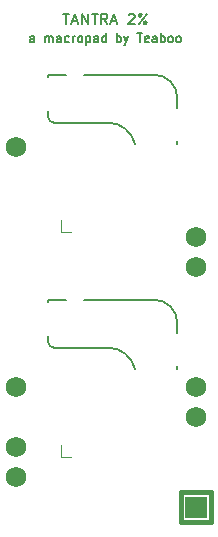
<source format=gbr>
%TF.GenerationSoftware,KiCad,Pcbnew,(6.0.7-1)-1*%
%TF.CreationDate,2022-12-25T16:23:57+07:00*%
%TF.ProjectId,pcb,7063622e-6b69-4636-9164-5f7063625858,rev?*%
%TF.SameCoordinates,Original*%
%TF.FileFunction,Legend,Top*%
%TF.FilePolarity,Positive*%
%FSLAX46Y46*%
G04 Gerber Fmt 4.6, Leading zero omitted, Abs format (unit mm)*
G04 Created by KiCad (PCBNEW (6.0.7-1)-1) date 2022-12-25 16:23:57*
%MOMM*%
%LPD*%
G01*
G04 APERTURE LIST*
%ADD10C,0.150000*%
%ADD11C,0.120000*%
%ADD12C,0.381000*%
%ADD13C,0.050000*%
%ADD14C,1.752600*%
G04 APERTURE END LIST*
D10*
X122869285Y-51615535D02*
X122869285Y-51222678D01*
X122833571Y-51151250D01*
X122762142Y-51115535D01*
X122619285Y-51115535D01*
X122547857Y-51151250D01*
X122869285Y-51579821D02*
X122797857Y-51615535D01*
X122619285Y-51615535D01*
X122547857Y-51579821D01*
X122512142Y-51508392D01*
X122512142Y-51436964D01*
X122547857Y-51365535D01*
X122619285Y-51329821D01*
X122797857Y-51329821D01*
X122869285Y-51294107D01*
X123797857Y-51615535D02*
X123797857Y-51115535D01*
X123797857Y-51186964D02*
X123833571Y-51151250D01*
X123905000Y-51115535D01*
X124012142Y-51115535D01*
X124083571Y-51151250D01*
X124119285Y-51222678D01*
X124119285Y-51615535D01*
X124119285Y-51222678D02*
X124155000Y-51151250D01*
X124226428Y-51115535D01*
X124333571Y-51115535D01*
X124405000Y-51151250D01*
X124440714Y-51222678D01*
X124440714Y-51615535D01*
X125119285Y-51615535D02*
X125119285Y-51222678D01*
X125083571Y-51151250D01*
X125012142Y-51115535D01*
X124869285Y-51115535D01*
X124797857Y-51151250D01*
X125119285Y-51579821D02*
X125047857Y-51615535D01*
X124869285Y-51615535D01*
X124797857Y-51579821D01*
X124762142Y-51508392D01*
X124762142Y-51436964D01*
X124797857Y-51365535D01*
X124869285Y-51329821D01*
X125047857Y-51329821D01*
X125119285Y-51294107D01*
X125797857Y-51579821D02*
X125726428Y-51615535D01*
X125583571Y-51615535D01*
X125512142Y-51579821D01*
X125476428Y-51544107D01*
X125440714Y-51472678D01*
X125440714Y-51258392D01*
X125476428Y-51186964D01*
X125512142Y-51151250D01*
X125583571Y-51115535D01*
X125726428Y-51115535D01*
X125797857Y-51151250D01*
X126119285Y-51615535D02*
X126119285Y-51115535D01*
X126119285Y-51258392D02*
X126155000Y-51186964D01*
X126190714Y-51151250D01*
X126262142Y-51115535D01*
X126333571Y-51115535D01*
X126690714Y-51615535D02*
X126619285Y-51579821D01*
X126583571Y-51544107D01*
X126547857Y-51472678D01*
X126547857Y-51258392D01*
X126583571Y-51186964D01*
X126619285Y-51151250D01*
X126690714Y-51115535D01*
X126797857Y-51115535D01*
X126869285Y-51151250D01*
X126905000Y-51186964D01*
X126940714Y-51258392D01*
X126940714Y-51472678D01*
X126905000Y-51544107D01*
X126869285Y-51579821D01*
X126797857Y-51615535D01*
X126690714Y-51615535D01*
X127262142Y-51115535D02*
X127262142Y-51865535D01*
X127262142Y-51151250D02*
X127333571Y-51115535D01*
X127476428Y-51115535D01*
X127547857Y-51151250D01*
X127583571Y-51186964D01*
X127619285Y-51258392D01*
X127619285Y-51472678D01*
X127583571Y-51544107D01*
X127547857Y-51579821D01*
X127476428Y-51615535D01*
X127333571Y-51615535D01*
X127262142Y-51579821D01*
X128262142Y-51615535D02*
X128262142Y-51222678D01*
X128226428Y-51151250D01*
X128155000Y-51115535D01*
X128012142Y-51115535D01*
X127940714Y-51151250D01*
X128262142Y-51579821D02*
X128190714Y-51615535D01*
X128012142Y-51615535D01*
X127940714Y-51579821D01*
X127905000Y-51508392D01*
X127905000Y-51436964D01*
X127940714Y-51365535D01*
X128012142Y-51329821D01*
X128190714Y-51329821D01*
X128262142Y-51294107D01*
X128940714Y-51615535D02*
X128940714Y-50865535D01*
X128940714Y-51579821D02*
X128869285Y-51615535D01*
X128726428Y-51615535D01*
X128655000Y-51579821D01*
X128619285Y-51544107D01*
X128583571Y-51472678D01*
X128583571Y-51258392D01*
X128619285Y-51186964D01*
X128655000Y-51151250D01*
X128726428Y-51115535D01*
X128869285Y-51115535D01*
X128940714Y-51151250D01*
X129869285Y-51615535D02*
X129869285Y-50865535D01*
X129869285Y-51151250D02*
X129940714Y-51115535D01*
X130083571Y-51115535D01*
X130155000Y-51151250D01*
X130190714Y-51186964D01*
X130226428Y-51258392D01*
X130226428Y-51472678D01*
X130190714Y-51544107D01*
X130155000Y-51579821D01*
X130083571Y-51615535D01*
X129940714Y-51615535D01*
X129869285Y-51579821D01*
X130476428Y-51115535D02*
X130655000Y-51615535D01*
X130833571Y-51115535D02*
X130655000Y-51615535D01*
X130583571Y-51794107D01*
X130547857Y-51829821D01*
X130476428Y-51865535D01*
X131583571Y-50865535D02*
X132012142Y-50865535D01*
X131797857Y-51615535D02*
X131797857Y-50865535D01*
X132547857Y-51579821D02*
X132476428Y-51615535D01*
X132333571Y-51615535D01*
X132262142Y-51579821D01*
X132226428Y-51508392D01*
X132226428Y-51222678D01*
X132262142Y-51151250D01*
X132333571Y-51115535D01*
X132476428Y-51115535D01*
X132547857Y-51151250D01*
X132583571Y-51222678D01*
X132583571Y-51294107D01*
X132226428Y-51365535D01*
X133226428Y-51615535D02*
X133226428Y-51222678D01*
X133190714Y-51151250D01*
X133119285Y-51115535D01*
X132976428Y-51115535D01*
X132905000Y-51151250D01*
X133226428Y-51579821D02*
X133155000Y-51615535D01*
X132976428Y-51615535D01*
X132905000Y-51579821D01*
X132869285Y-51508392D01*
X132869285Y-51436964D01*
X132905000Y-51365535D01*
X132976428Y-51329821D01*
X133155000Y-51329821D01*
X133226428Y-51294107D01*
X133583571Y-51615535D02*
X133583571Y-50865535D01*
X133583571Y-51151250D02*
X133655000Y-51115535D01*
X133797857Y-51115535D01*
X133869285Y-51151250D01*
X133905000Y-51186964D01*
X133940714Y-51258392D01*
X133940714Y-51472678D01*
X133905000Y-51544107D01*
X133869285Y-51579821D01*
X133797857Y-51615535D01*
X133655000Y-51615535D01*
X133583571Y-51579821D01*
X134369285Y-51615535D02*
X134297857Y-51579821D01*
X134262142Y-51544107D01*
X134226428Y-51472678D01*
X134226428Y-51258392D01*
X134262142Y-51186964D01*
X134297857Y-51151250D01*
X134369285Y-51115535D01*
X134476428Y-51115535D01*
X134547857Y-51151250D01*
X134583571Y-51186964D01*
X134619285Y-51258392D01*
X134619285Y-51472678D01*
X134583571Y-51544107D01*
X134547857Y-51579821D01*
X134476428Y-51615535D01*
X134369285Y-51615535D01*
X135047857Y-51615535D02*
X134976428Y-51579821D01*
X134940714Y-51544107D01*
X134905000Y-51472678D01*
X134905000Y-51258392D01*
X134940714Y-51186964D01*
X134976428Y-51151250D01*
X135047857Y-51115535D01*
X135155000Y-51115535D01*
X135226428Y-51151250D01*
X135262142Y-51186964D01*
X135297857Y-51258392D01*
X135297857Y-51472678D01*
X135262142Y-51544107D01*
X135226428Y-51579821D01*
X135155000Y-51615535D01*
X135047857Y-51615535D01*
X125326428Y-49195892D02*
X125840714Y-49195892D01*
X125583571Y-50095892D02*
X125583571Y-49195892D01*
X126097857Y-49838750D02*
X126526428Y-49838750D01*
X126012142Y-50095892D02*
X126312142Y-49195892D01*
X126612142Y-50095892D01*
X126912142Y-50095892D02*
X126912142Y-49195892D01*
X127426428Y-50095892D01*
X127426428Y-49195892D01*
X127726428Y-49195892D02*
X128240714Y-49195892D01*
X127983571Y-50095892D02*
X127983571Y-49195892D01*
X129055000Y-50095892D02*
X128755000Y-49667321D01*
X128540714Y-50095892D02*
X128540714Y-49195892D01*
X128883571Y-49195892D01*
X128969285Y-49238750D01*
X129012142Y-49281607D01*
X129055000Y-49367321D01*
X129055000Y-49495892D01*
X129012142Y-49581607D01*
X128969285Y-49624464D01*
X128883571Y-49667321D01*
X128540714Y-49667321D01*
X129397857Y-49838750D02*
X129826428Y-49838750D01*
X129312142Y-50095892D02*
X129612142Y-49195892D01*
X129912142Y-50095892D01*
X130855000Y-49281607D02*
X130897857Y-49238750D01*
X130983571Y-49195892D01*
X131197857Y-49195892D01*
X131283571Y-49238750D01*
X131326428Y-49281607D01*
X131369285Y-49367321D01*
X131369285Y-49453035D01*
X131326428Y-49581607D01*
X130812142Y-50095892D01*
X131369285Y-50095892D01*
X131712142Y-50095892D02*
X132397857Y-49195892D01*
X131840714Y-49195892D02*
X131926428Y-49238750D01*
X131969285Y-49324464D01*
X131926428Y-49410178D01*
X131840714Y-49453035D01*
X131755000Y-49410178D01*
X131712142Y-49324464D01*
X131755000Y-49238750D01*
X131840714Y-49195892D01*
X132355000Y-50053035D02*
X132397857Y-49967321D01*
X132355000Y-49881607D01*
X132269285Y-49838750D01*
X132183571Y-49881607D01*
X132140714Y-49967321D01*
X132183571Y-50053035D01*
X132269285Y-50095892D01*
X132355000Y-50053035D01*
%TO.C,SW2*%
X132990176Y-73418530D02*
X127090176Y-73418530D01*
X124540176Y-77468530D02*
X129105000Y-77468530D01*
X124040176Y-76498530D02*
X124040176Y-76968530D01*
X125590176Y-73418530D02*
X124040176Y-73418530D01*
X124040176Y-73418530D02*
X124040176Y-73648530D01*
X134990176Y-76218530D02*
X134990176Y-75418530D01*
X134990176Y-79068530D02*
X134990176Y-79308530D01*
X124040176Y-76968530D02*
G75*
G03*
X124540176Y-77468530I500001J1D01*
G01*
X131399322Y-79308530D02*
G75*
G03*
X129105000Y-77468530I-2293456J-509332D01*
G01*
X134990170Y-75418530D02*
G75*
G03*
X132990176Y-73418530I-1999990J10D01*
G01*
D11*
%TO.C,LED1*%
X125105000Y-67698750D02*
X126005000Y-67698750D01*
X125105000Y-66698750D02*
X125105000Y-67698750D01*
D10*
%TO.C,SW1*%
X132990176Y-54368530D02*
X127090176Y-54368530D01*
X134990176Y-57168530D02*
X134990176Y-56368530D01*
X124540176Y-58418530D02*
X129105000Y-58418530D01*
X124040176Y-54368530D02*
X124040176Y-54598530D01*
X124040176Y-57448530D02*
X124040176Y-57918530D01*
X125590176Y-54368530D02*
X124040176Y-54368530D01*
X134990176Y-60018530D02*
X134990176Y-60258530D01*
X131399322Y-60258530D02*
G75*
G03*
X129105000Y-58418530I-2293456J-509332D01*
G01*
X124040176Y-57918530D02*
G75*
G03*
X124540176Y-58418530I500001J1D01*
G01*
X134990180Y-56368530D02*
G75*
G03*
X132990176Y-54368530I-2000000J0D01*
G01*
D12*
%TO.C,U1*%
X135255000Y-92233750D02*
X137795000Y-92233750D01*
X135255000Y-92233750D02*
X135255000Y-89693750D01*
X135255000Y-89693750D02*
X137795000Y-89693750D01*
X137795000Y-92233750D02*
X137795000Y-89693750D01*
D13*
X135648700Y-91840050D02*
X137401300Y-91840050D01*
X137401300Y-91840050D02*
X137401300Y-90087450D01*
X137401300Y-90087450D02*
X135648700Y-90087450D01*
X135648700Y-90087450D02*
X135648700Y-91840050D01*
G36*
X135648700Y-91840050D02*
G01*
X137401300Y-91840050D01*
X137401300Y-90087450D01*
X135648700Y-90087450D01*
X135648700Y-91840050D01*
G37*
D11*
%TO.C,LED2*%
X125105000Y-86748750D02*
X126005000Y-86748750D01*
X125105000Y-85748750D02*
X125105000Y-86748750D01*
%TD*%
D14*
%TO.C,U1*%
X136525000Y-83343750D03*
X136525000Y-80803750D03*
X136525000Y-70643750D03*
X136525000Y-68103750D03*
X121285000Y-60483750D03*
X121285000Y-80803750D03*
X121285000Y-85883750D03*
X121285000Y-88423750D03*
%TD*%
M02*

</source>
